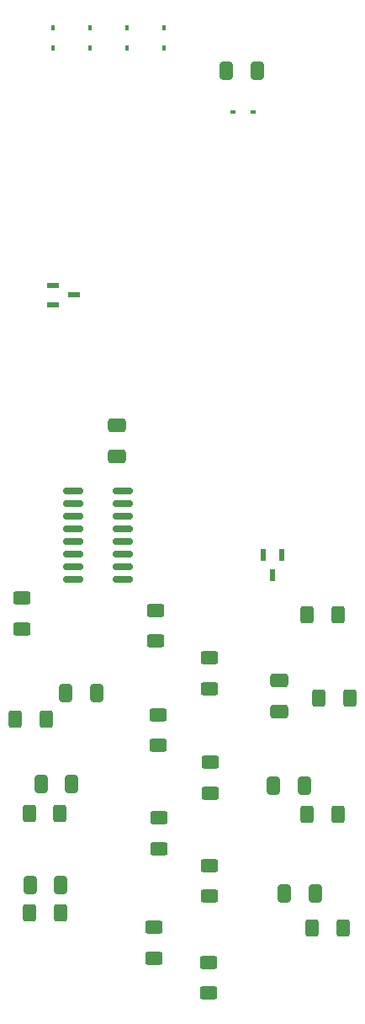
<source format=gbr>
%TF.GenerationSoftware,KiCad,Pcbnew,6.0.2+dfsg-1*%
%TF.CreationDate,2023-09-09T19:36:37+01:00*%
%TF.ProjectId,useq,75736571-2e6b-4696-9361-645f70636258,rev?*%
%TF.SameCoordinates,Original*%
%TF.FileFunction,Paste,Top*%
%TF.FilePolarity,Positive*%
%FSLAX46Y46*%
G04 Gerber Fmt 4.6, Leading zero omitted, Abs format (unit mm)*
G04 Created by KiCad (PCBNEW 6.0.2+dfsg-1) date 2023-09-09 19:36:37*
%MOMM*%
%LPD*%
G01*
G04 APERTURE LIST*
G04 Aperture macros list*
%AMRoundRect*
0 Rectangle with rounded corners*
0 $1 Rounding radius*
0 $2 $3 $4 $5 $6 $7 $8 $9 X,Y pos of 4 corners*
0 Add a 4 corners polygon primitive as box body*
4,1,4,$2,$3,$4,$5,$6,$7,$8,$9,$2,$3,0*
0 Add four circle primitives for the rounded corners*
1,1,$1+$1,$2,$3*
1,1,$1+$1,$4,$5*
1,1,$1+$1,$6,$7*
1,1,$1+$1,$8,$9*
0 Add four rect primitives between the rounded corners*
20,1,$1+$1,$2,$3,$4,$5,0*
20,1,$1+$1,$4,$5,$6,$7,0*
20,1,$1+$1,$6,$7,$8,$9,0*
20,1,$1+$1,$8,$9,$2,$3,0*%
G04 Aperture macros list end*
%ADD10RoundRect,0.150000X-0.825000X-0.150000X0.825000X-0.150000X0.825000X0.150000X-0.825000X0.150000X0*%
%ADD11RoundRect,0.250000X-0.625000X0.400000X-0.625000X-0.400000X0.625000X-0.400000X0.625000X0.400000X0*%
%ADD12RoundRect,0.250000X0.400000X0.625000X-0.400000X0.625000X-0.400000X-0.625000X0.400000X-0.625000X0*%
%ADD13RoundRect,0.250000X0.412500X0.650000X-0.412500X0.650000X-0.412500X-0.650000X0.412500X-0.650000X0*%
%ADD14RoundRect,0.250000X-0.650000X0.412500X-0.650000X-0.412500X0.650000X-0.412500X0.650000X0.412500X0*%
%ADD15R,0.600000X1.300000*%
%ADD16RoundRect,0.250000X-0.400000X-0.625000X0.400000X-0.625000X0.400000X0.625000X-0.400000X0.625000X0*%
%ADD17R,0.450000X0.600000*%
%ADD18RoundRect,0.250000X-0.412500X-0.650000X0.412500X-0.650000X0.412500X0.650000X-0.412500X0.650000X0*%
%ADD19RoundRect,0.250000X0.625000X-0.400000X0.625000X0.400000X-0.625000X0.400000X-0.625000X-0.400000X0*%
%ADD20R,1.300000X0.600000*%
%ADD21R,0.600000X0.450000*%
%ADD22RoundRect,0.250000X0.650000X-0.412500X0.650000X0.412500X-0.650000X0.412500X-0.650000X-0.412500X0*%
G04 APERTURE END LIST*
D10*
%TO.C,U2*%
X154925000Y-75055000D03*
X154925000Y-76325000D03*
X154925000Y-77595000D03*
X154925000Y-78865000D03*
X154925000Y-80135000D03*
X154925000Y-81405000D03*
X154925000Y-82675000D03*
X154925000Y-83945000D03*
X159875000Y-83945000D03*
X159875000Y-82675000D03*
X159875000Y-81405000D03*
X159875000Y-80135000D03*
X159875000Y-78865000D03*
X159875000Y-77595000D03*
X159875000Y-76325000D03*
X159875000Y-75055000D03*
%TD*%
D11*
%TO.C,R10*%
X163400000Y-97550000D03*
X163400000Y-100650000D03*
%TD*%
D12*
%TO.C,R15*%
X182050000Y-119000000D03*
X178950000Y-119000000D03*
%TD*%
D11*
%TO.C,R2*%
X149700000Y-85850000D03*
X149700000Y-88950000D03*
%TD*%
D13*
%TO.C,C6*%
X154762500Y-104500000D03*
X151637500Y-104500000D03*
%TD*%
D12*
%TO.C,R3*%
X182750000Y-95900000D03*
X179650000Y-95900000D03*
%TD*%
D14*
%TO.C,C3*%
X175600000Y-94137500D03*
X175600000Y-97262500D03*
%TD*%
D15*
%TO.C,Q1*%
X175916000Y-81456000D03*
X174016000Y-81456000D03*
X174966000Y-83556000D03*
%TD*%
D13*
%TO.C,C4*%
X157262500Y-95400000D03*
X154137500Y-95400000D03*
%TD*%
D16*
%TO.C,R16*%
X150500000Y-117500000D03*
X153600000Y-117500000D03*
%TD*%
D11*
%TO.C,R14*%
X163000000Y-118950000D03*
X163000000Y-122050000D03*
%TD*%
D17*
%TO.C,D3*%
X152900000Y-28450000D03*
X152900000Y-30550000D03*
%TD*%
D16*
%TO.C,R5*%
X178450000Y-107600000D03*
X181550000Y-107600000D03*
%TD*%
D18*
%TO.C,C7*%
X176137500Y-115500000D03*
X179262500Y-115500000D03*
%TD*%
D11*
%TO.C,R12*%
X163500000Y-107950000D03*
X163500000Y-111050000D03*
%TD*%
D16*
%TO.C,R1*%
X178450000Y-87500000D03*
X181550000Y-87500000D03*
%TD*%
D13*
%TO.C,C8*%
X153662500Y-114700000D03*
X150537500Y-114700000D03*
%TD*%
D17*
%TO.C,D4*%
X164000000Y-30550000D03*
X164000000Y-28450000D03*
%TD*%
D16*
%TO.C,R6*%
X150450000Y-107500000D03*
X153550000Y-107500000D03*
%TD*%
D19*
%TO.C,R13*%
X168500000Y-125550000D03*
X168500000Y-122450000D03*
%TD*%
D20*
%TO.C,Q2*%
X152834000Y-54412000D03*
X152834000Y-56312000D03*
X154934000Y-55362000D03*
%TD*%
D17*
%TO.C,D2*%
X156600000Y-28450000D03*
X156600000Y-30550000D03*
%TD*%
D19*
%TO.C,R7*%
X168600000Y-94950000D03*
X168600000Y-91850000D03*
%TD*%
%TO.C,R11*%
X168600000Y-115800000D03*
X168600000Y-112700000D03*
%TD*%
D11*
%TO.C,R8*%
X163200000Y-87050000D03*
X163200000Y-90150000D03*
%TD*%
D18*
%TO.C,C1*%
X170337500Y-32800000D03*
X173462500Y-32800000D03*
%TD*%
D21*
%TO.C,D5*%
X170950000Y-37000000D03*
X173050000Y-37000000D03*
%TD*%
D22*
%TO.C,C2*%
X159300000Y-71562500D03*
X159300000Y-68437500D03*
%TD*%
D18*
%TO.C,C5*%
X175075000Y-104700000D03*
X178200000Y-104700000D03*
%TD*%
D19*
%TO.C,R9*%
X168700000Y-105450000D03*
X168700000Y-102350000D03*
%TD*%
D12*
%TO.C,R4*%
X152150000Y-98000000D03*
X149050000Y-98000000D03*
%TD*%
D17*
%TO.C,D1*%
X160300000Y-30550000D03*
X160300000Y-28450000D03*
%TD*%
M02*

</source>
